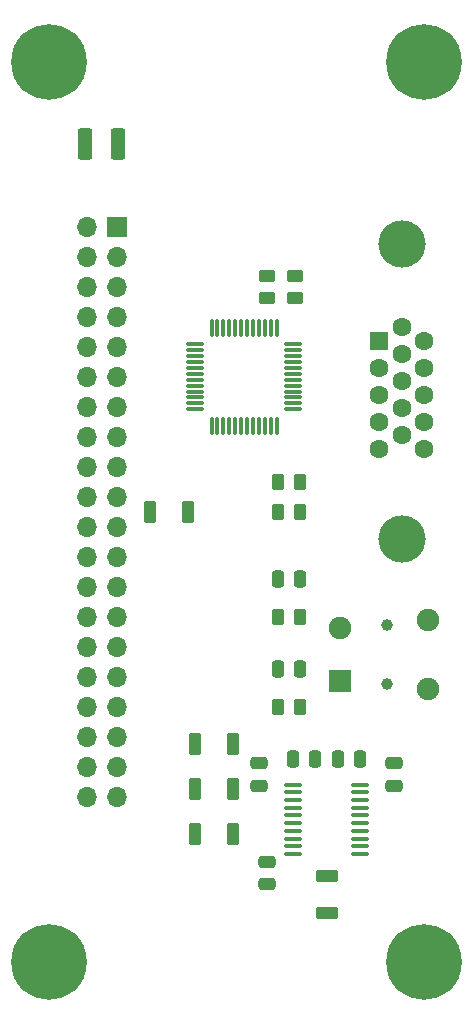
<source format=gbr>
%TF.GenerationSoftware,KiCad,Pcbnew,9.0.2+1*%
%TF.CreationDate,2025-07-26T23:55:51+01:00*%
%TF.ProjectId,ICE40HXDevBoardVGA,49434534-3048-4584-9465-76426f617264,rev?*%
%TF.SameCoordinates,Original*%
%TF.FileFunction,Soldermask,Top*%
%TF.FilePolarity,Negative*%
%FSLAX46Y46*%
G04 Gerber Fmt 4.6, Leading zero omitted, Abs format (unit mm)*
G04 Created by KiCad (PCBNEW 9.0.2+1) date 2025-07-26 23:55:51*
%MOMM*%
%LPD*%
G01*
G04 APERTURE LIST*
G04 Aperture macros list*
%AMRoundRect*
0 Rectangle with rounded corners*
0 $1 Rounding radius*
0 $2 $3 $4 $5 $6 $7 $8 $9 X,Y pos of 4 corners*
0 Add a 4 corners polygon primitive as box body*
4,1,4,$2,$3,$4,$5,$6,$7,$8,$9,$2,$3,0*
0 Add four circle primitives for the rounded corners*
1,1,$1+$1,$2,$3*
1,1,$1+$1,$4,$5*
1,1,$1+$1,$6,$7*
1,1,$1+$1,$8,$9*
0 Add four rect primitives between the rounded corners*
20,1,$1+$1,$2,$3,$4,$5,0*
20,1,$1+$1,$4,$5,$6,$7,0*
20,1,$1+$1,$6,$7,$8,$9,0*
20,1,$1+$1,$8,$9,$2,$3,0*%
G04 Aperture macros list end*
%ADD10RoundRect,0.250000X-0.250000X-0.475000X0.250000X-0.475000X0.250000X0.475000X-0.250000X0.475000X0*%
%ADD11RoundRect,0.250000X0.275000X0.700000X-0.275000X0.700000X-0.275000X-0.700000X0.275000X-0.700000X0*%
%ADD12C,1.000000*%
%ADD13R,1.900000X1.900000*%
%ADD14C,1.900000*%
%ADD15C,6.400000*%
%ADD16RoundRect,0.250000X-0.375000X-1.075000X0.375000X-1.075000X0.375000X1.075000X-0.375000X1.075000X0*%
%ADD17RoundRect,0.250000X-0.475000X0.250000X-0.475000X-0.250000X0.475000X-0.250000X0.475000X0.250000X0*%
%ADD18RoundRect,0.250000X0.475000X-0.250000X0.475000X0.250000X-0.475000X0.250000X-0.475000X-0.250000X0*%
%ADD19C,4.000000*%
%ADD20R,1.600000X1.600000*%
%ADD21C,1.600000*%
%ADD22RoundRect,0.250000X-0.262500X-0.450000X0.262500X-0.450000X0.262500X0.450000X-0.262500X0.450000X0*%
%ADD23R,1.700000X1.700000*%
%ADD24O,1.700000X1.700000*%
%ADD25RoundRect,0.075000X-0.662500X-0.075000X0.662500X-0.075000X0.662500X0.075000X-0.662500X0.075000X0*%
%ADD26RoundRect,0.075000X-0.075000X-0.662500X0.075000X-0.662500X0.075000X0.662500X-0.075000X0.662500X0*%
%ADD27RoundRect,0.250000X0.250000X0.475000X-0.250000X0.475000X-0.250000X-0.475000X0.250000X-0.475000X0*%
%ADD28RoundRect,0.100000X-0.637500X-0.100000X0.637500X-0.100000X0.637500X0.100000X-0.637500X0.100000X0*%
%ADD29RoundRect,0.250000X0.450000X-0.262500X0.450000X0.262500X-0.450000X0.262500X-0.450000X-0.262500X0*%
%ADD30RoundRect,0.250000X-0.450000X0.262500X-0.450000X-0.262500X0.450000X-0.262500X0.450000X0.262500X0*%
%ADD31RoundRect,0.250000X-0.700000X0.275000X-0.700000X-0.275000X0.700000X-0.275000X0.700000X0.275000X0*%
G04 APERTURE END LIST*
D10*
%TO.C,C6*%
X103190000Y-128905000D03*
X105090000Y-128905000D03*
%TD*%
D11*
%TO.C,FB4*%
X98095000Y-135255000D03*
X94945000Y-135255000D03*
%TD*%
D12*
%TO.C,J3*%
X111165000Y-122515000D03*
X111165000Y-117515000D03*
D13*
X107165000Y-122265000D03*
D14*
X107165000Y-117765000D03*
X114665000Y-122915000D03*
X114665000Y-117115000D03*
%TD*%
D15*
%TO.C,H4*%
X114300000Y-146050000D03*
%TD*%
D11*
%TO.C,FB1*%
X94285000Y-107950000D03*
X91135000Y-107950000D03*
%TD*%
D16*
%TO.C,D1*%
X85595000Y-76835000D03*
X88395000Y-76835000D03*
%TD*%
D15*
%TO.C,H3*%
X82550000Y-146050000D03*
%TD*%
D11*
%TO.C,FB5*%
X98095000Y-127635000D03*
X94945000Y-127635000D03*
%TD*%
D17*
%TO.C,C9*%
X100965000Y-137560000D03*
X100965000Y-139460000D03*
%TD*%
D18*
%TO.C,C5*%
X100330000Y-131125000D03*
X100330000Y-129225000D03*
%TD*%
D19*
%TO.C,J2*%
X112390000Y-110285000D03*
X112390000Y-85285000D03*
D20*
X110500000Y-93470000D03*
D21*
X110500000Y-95760000D03*
X110500000Y-98050000D03*
X110500000Y-100340000D03*
X110500000Y-102630000D03*
X112400000Y-92325000D03*
X112400000Y-94615000D03*
X112400000Y-96905000D03*
X112400000Y-99195000D03*
X112400000Y-101485000D03*
X114300000Y-93470000D03*
X114300000Y-95760000D03*
X114300000Y-98050000D03*
X114300000Y-100340000D03*
X114300000Y-102630000D03*
%TD*%
D22*
%TO.C,R6*%
X101957500Y-107950000D03*
X103782500Y-107950000D03*
%TD*%
D23*
%TO.C,J1*%
X88265000Y-83820000D03*
D24*
X85725000Y-83820000D03*
X88265000Y-86360000D03*
X85725000Y-86360000D03*
X88265000Y-88900000D03*
X85725000Y-88900000D03*
X88265000Y-91440000D03*
X85725000Y-91440000D03*
X88265000Y-93980000D03*
X85725000Y-93980000D03*
X88265000Y-96520000D03*
X85725000Y-96520000D03*
X88265000Y-99060000D03*
X85725000Y-99060000D03*
X88265000Y-101600000D03*
X85725000Y-101600000D03*
X88265000Y-104140000D03*
X85725000Y-104140000D03*
X88265000Y-106680000D03*
X85725000Y-106680000D03*
X88265000Y-109220000D03*
X85725000Y-109220000D03*
X88265000Y-111760000D03*
X85725000Y-111760000D03*
X88265000Y-114300000D03*
X85725000Y-114300000D03*
X88265000Y-116840000D03*
X85725000Y-116840000D03*
X88265000Y-119380000D03*
X85725000Y-119380000D03*
X88265000Y-121920000D03*
X85725000Y-121920000D03*
X88265000Y-124460000D03*
X85725000Y-124460000D03*
X88265000Y-127000000D03*
X85725000Y-127000000D03*
X88265000Y-129540000D03*
X85725000Y-129540000D03*
X88265000Y-132080000D03*
X85725000Y-132080000D03*
%TD*%
D11*
%TO.C,FB2*%
X98095000Y-131445000D03*
X94945000Y-131445000D03*
%TD*%
D22*
%TO.C,R8*%
X101957500Y-124460000D03*
X103782500Y-124460000D03*
%TD*%
D10*
%TO.C,C14*%
X107000000Y-128905000D03*
X108900000Y-128905000D03*
%TD*%
D22*
%TO.C,R9*%
X101957500Y-116840000D03*
X103782500Y-116840000D03*
%TD*%
D25*
%TO.C,U1*%
X94897500Y-93770000D03*
X94897500Y-94270000D03*
X94897500Y-94770000D03*
X94897500Y-95270000D03*
X94897500Y-95770000D03*
X94897500Y-96270000D03*
X94897500Y-96770000D03*
X94897500Y-97270000D03*
X94897500Y-97770000D03*
X94897500Y-98270000D03*
X94897500Y-98770000D03*
X94897500Y-99270000D03*
D26*
X96310000Y-100682500D03*
X96810000Y-100682500D03*
X97310000Y-100682500D03*
X97810000Y-100682500D03*
X98310000Y-100682500D03*
X98810000Y-100682500D03*
X99310000Y-100682500D03*
X99810000Y-100682500D03*
X100310000Y-100682500D03*
X100810000Y-100682500D03*
X101310000Y-100682500D03*
X101810000Y-100682500D03*
D25*
X103222500Y-99270000D03*
X103222500Y-98770000D03*
X103222500Y-98270000D03*
X103222500Y-97770000D03*
X103222500Y-97270000D03*
X103222500Y-96770000D03*
X103222500Y-96270000D03*
X103222500Y-95770000D03*
X103222500Y-95270000D03*
X103222500Y-94770000D03*
X103222500Y-94270000D03*
X103222500Y-93770000D03*
D26*
X101810000Y-92357500D03*
X101310000Y-92357500D03*
X100810000Y-92357500D03*
X100310000Y-92357500D03*
X99810000Y-92357500D03*
X99310000Y-92357500D03*
X98810000Y-92357500D03*
X98310000Y-92357500D03*
X97810000Y-92357500D03*
X97310000Y-92357500D03*
X96810000Y-92357500D03*
X96310000Y-92357500D03*
%TD*%
D27*
%TO.C,C11*%
X103820000Y-113665000D03*
X101920000Y-113665000D03*
%TD*%
D28*
%TO.C,U2*%
X103182500Y-131060000D03*
X103182500Y-131710000D03*
X103182500Y-132360000D03*
X103182500Y-133010000D03*
X103182500Y-133660000D03*
X103182500Y-134310000D03*
X103182500Y-134960000D03*
X103182500Y-135610000D03*
X103182500Y-136260000D03*
X103182500Y-136910000D03*
X108907500Y-136910000D03*
X108907500Y-136260000D03*
X108907500Y-135610000D03*
X108907500Y-134960000D03*
X108907500Y-134310000D03*
X108907500Y-133660000D03*
X108907500Y-133010000D03*
X108907500Y-132360000D03*
X108907500Y-131710000D03*
X108907500Y-131060000D03*
%TD*%
D15*
%TO.C,H2*%
X114300000Y-69850000D03*
%TD*%
D27*
%TO.C,C10*%
X103820000Y-121285000D03*
X101920000Y-121285000D03*
%TD*%
D17*
%TO.C,C15*%
X111760000Y-129225000D03*
X111760000Y-131125000D03*
%TD*%
D29*
%TO.C,R2*%
X103378000Y-89812500D03*
X103378000Y-87987500D03*
%TD*%
D22*
%TO.C,R7*%
X101957500Y-105410000D03*
X103782500Y-105410000D03*
%TD*%
D30*
%TO.C,R5*%
X100965000Y-87987500D03*
X100965000Y-89812500D03*
%TD*%
D15*
%TO.C,H1*%
X82550000Y-69850000D03*
%TD*%
D31*
%TO.C,FB3*%
X106045000Y-138760000D03*
X106045000Y-141910000D03*
%TD*%
M02*

</source>
